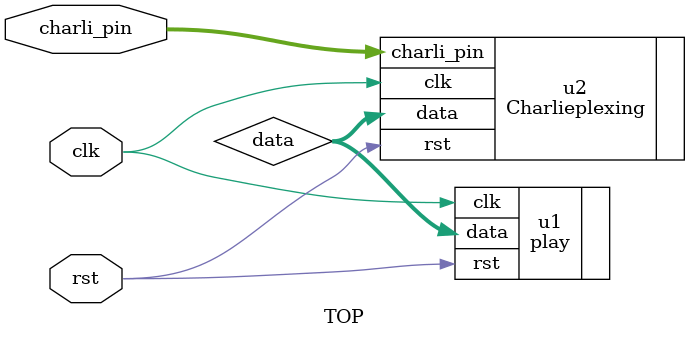
<source format=v>
`timescale 1ns / 1ps

module TOP(clk,rst,charli_pin);
input clk,rst;
inout [7:0] charli_pin;

wire [55:0] data;
play u1(
	.clk(clk),
	.rst(rst),
	.data(data));

Charlieplexing u2(
	.clk(clk),
	.rst(rst),
	.data(data),
	.charli_pin(charli_pin));
endmodule

</source>
